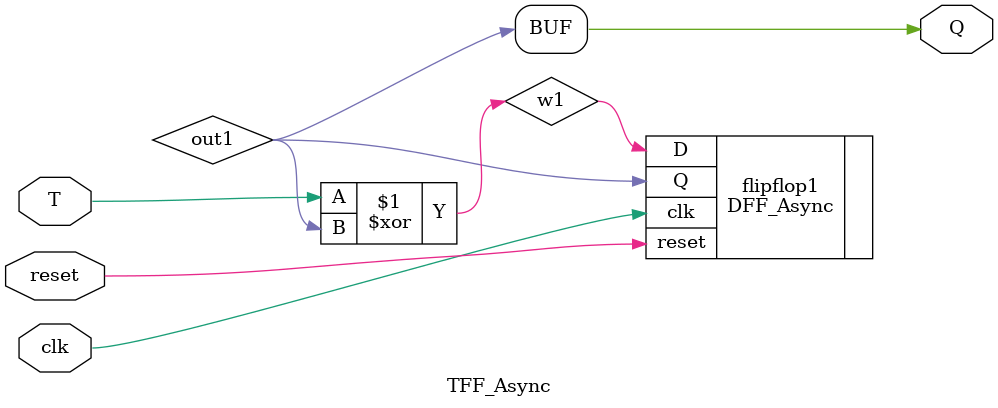
<source format=v>
`timescale 1ns / 1ps


module TFF_Async(

    input T,
    input clk,
    input reset,
    output Q
    );
    wire w1;
    wire out1;
    assign w1 = T ^ out1;             
    DFF_Async flipflop1(.D(w1), .Q(out1), .reset(reset), .clk(clk));
    assign Q = out1;
endmodule

</source>
